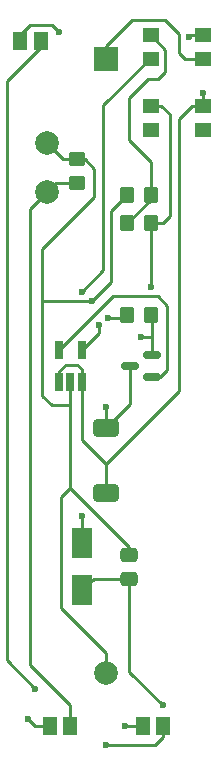
<source format=gtl>
%TF.GenerationSoftware,KiCad,Pcbnew,(6.0.1)*%
%TF.CreationDate,2022-06-17T15:58:33+01:00*%
%TF.ProjectId,luminaire,6c756d69-6e61-4697-9265-2e6b69636164,rev?*%
%TF.SameCoordinates,Original*%
%TF.FileFunction,Copper,L1,Top*%
%TF.FilePolarity,Positive*%
%FSLAX46Y46*%
G04 Gerber Fmt 4.6, Leading zero omitted, Abs format (unit mm)*
G04 Created by KiCad (PCBNEW (6.0.1)) date 2022-06-17 15:58:33*
%MOMM*%
%LPD*%
G01*
G04 APERTURE LIST*
G04 Aperture macros list*
%AMRoundRect*
0 Rectangle with rounded corners*
0 $1 Rounding radius*
0 $2 $3 $4 $5 $6 $7 $8 $9 X,Y pos of 4 corners*
0 Add a 4 corners polygon primitive as box body*
4,1,4,$2,$3,$4,$5,$6,$7,$8,$9,$2,$3,0*
0 Add four circle primitives for the rounded corners*
1,1,$1+$1,$2,$3*
1,1,$1+$1,$4,$5*
1,1,$1+$1,$6,$7*
1,1,$1+$1,$8,$9*
0 Add four rect primitives between the rounded corners*
20,1,$1+$1,$2,$3,$4,$5,0*
20,1,$1+$1,$4,$5,$6,$7,0*
20,1,$1+$1,$6,$7,$8,$9,0*
20,1,$1+$1,$8,$9,$2,$3,0*%
G04 Aperture macros list end*
%TA.AperFunction,SMDPad,CuDef*%
%ADD10R,1.250000X1.600000*%
%TD*%
%TA.AperFunction,SMDPad,CuDef*%
%ADD11RoundRect,0.150000X0.587500X0.150000X-0.587500X0.150000X-0.587500X-0.150000X0.587500X-0.150000X0*%
%TD*%
%TA.AperFunction,SMDPad,CuDef*%
%ADD12RoundRect,0.375000X0.725000X-0.375000X0.725000X0.375000X-0.725000X0.375000X-0.725000X-0.375000X0*%
%TD*%
%TA.AperFunction,SMDPad,CuDef*%
%ADD13RoundRect,0.250000X0.350000X0.450000X-0.350000X0.450000X-0.350000X-0.450000X0.350000X-0.450000X0*%
%TD*%
%TA.AperFunction,SMDPad,CuDef*%
%ADD14R,0.650000X1.560000*%
%TD*%
%TA.AperFunction,SMDPad,CuDef*%
%ADD15C,2.000000*%
%TD*%
%TA.AperFunction,SMDPad,CuDef*%
%ADD16R,1.400000X1.200000*%
%TD*%
%TA.AperFunction,SMDPad,CuDef*%
%ADD17RoundRect,0.250000X0.475000X-0.337500X0.475000X0.337500X-0.475000X0.337500X-0.475000X-0.337500X0*%
%TD*%
%TA.AperFunction,SMDPad,CuDef*%
%ADD18R,1.800000X2.500000*%
%TD*%
%TA.AperFunction,SMDPad,CuDef*%
%ADD19RoundRect,0.250000X-0.450000X0.350000X-0.450000X-0.350000X0.450000X-0.350000X0.450000X0.350000X0*%
%TD*%
%TA.AperFunction,ComponentPad*%
%ADD20R,2.000000X2.000000*%
%TD*%
%TA.AperFunction,ComponentPad*%
%ADD21C,2.000000*%
%TD*%
%TA.AperFunction,ViaPad*%
%ADD22C,0.600000*%
%TD*%
%TA.AperFunction,Conductor*%
%ADD23C,0.250000*%
%TD*%
G04 APERTURE END LIST*
D10*
%TO.P,D9,1,K*%
%TO.N,Net-(D9-Pad1)*%
X147000000Y-111000000D03*
%TO.P,D9,2,A*%
%TO.N,Net-(D8-Pad1)*%
X145240000Y-111000000D03*
%TD*%
D11*
%TO.P,Q1,1,B*%
%TO.N,Net-(Q1-Pad1)*%
X153937500Y-81450000D03*
%TO.P,Q1,2,E*%
%TO.N,Net-(Q1-Pad2)*%
X153937500Y-79550000D03*
%TO.P,Q1,3,C*%
%TO.N,Net-(D1-Pad2)*%
X152062500Y-80500000D03*
%TD*%
D12*
%TO.P,L1,1,1*%
%TO.N,Net-(L1-Pad1)*%
X150000000Y-91250000D03*
%TO.P,L1,2,2*%
%TO.N,Net-(D1-Pad2)*%
X150000000Y-85750000D03*
%TD*%
D13*
%TO.P,R1,1*%
%TO.N,Net-(Q1-Pad2)*%
X153800000Y-68400000D03*
%TO.P,R1,2*%
%TO.N,Net-(R1-Pad2)*%
X151800000Y-68400000D03*
%TD*%
D14*
%TO.P,U1,1,VCC*%
%TO.N,Net-(L1-Pad1)*%
X146050000Y-81850000D03*
%TO.P,U1,2,GND*%
%TO.N,Net-(BT1-Pad2)*%
X147000000Y-81850000D03*
%TO.P,U1,3,STDN*%
%TO.N,Net-(L1-Pad1)*%
X147950000Y-81850000D03*
%TO.P,U1,4,ISENSE*%
%TO.N,Net-(SW1-Pad7)*%
X147950000Y-79150000D03*
%TO.P,U1,5,VDRIVE*%
%TO.N,Net-(Q1-Pad1)*%
X146050000Y-79150000D03*
%TD*%
D15*
%TO.P,TP2,1,1*%
%TO.N,Net-(D9-Pad1)*%
X145000000Y-65800000D03*
%TD*%
D10*
%TO.P,D7,1,K*%
%TO.N,Net-(D11-Pad1)*%
X144500000Y-53000000D03*
%TO.P,D7,2,A*%
%TO.N,Net-(D6-Pad1)*%
X142740000Y-53000000D03*
%TD*%
D16*
%TO.P,SW1,1,1*%
%TO.N,unconnected-(SW1-Pad1)*%
X158200000Y-60500000D03*
%TO.P,SW1,2,2*%
%TO.N,Net-(L1-Pad1)*%
X158200000Y-58500000D03*
%TO.P,SW1,3,3*%
%TO.N,Net-(BT1-Pad1)*%
X158200000Y-54500000D03*
%TO.P,SW1,4,4*%
%TO.N,Net-(L1-Pad1)*%
X158200000Y-52500000D03*
%TO.P,SW1,5,5*%
%TO.N,unconnected-(SW1-Pad5)*%
X153800000Y-60500000D03*
%TO.P,SW1,6,6*%
%TO.N,Net-(Q1-Pad2)*%
X153800000Y-58500000D03*
%TO.P,SW1,7,7*%
%TO.N,Net-(SW1-Pad7)*%
X153800000Y-54500000D03*
%TO.P,SW1,8,8*%
%TO.N,Net-(R1-Pad2)*%
X153800000Y-52500000D03*
%TD*%
D17*
%TO.P,C1,1*%
%TO.N,Net-(C1-Pad1)*%
X152000000Y-98537500D03*
%TO.P,C1,2*%
%TO.N,Net-(BT1-Pad2)*%
X152000000Y-96462500D03*
%TD*%
D18*
%TO.P,D1,1,K*%
%TO.N,Net-(C1-Pad1)*%
X148000000Y-99500000D03*
%TO.P,D1,2,A*%
%TO.N,Net-(D1-Pad2)*%
X148000000Y-95500000D03*
%TD*%
D10*
%TO.P,D11,1,K*%
%TO.N,Net-(D11-Pad1)*%
X154880000Y-111000000D03*
%TO.P,D11,2,A*%
%TO.N,Net-(D10-Pad1)*%
X153120000Y-111000000D03*
%TD*%
D13*
%TO.P,R2,1*%
%TO.N,Net-(Q1-Pad2)*%
X153800000Y-76200000D03*
%TO.P,R2,2*%
%TO.N,Net-(BT1-Pad2)*%
X151800000Y-76200000D03*
%TD*%
%TO.P,R3,1*%
%TO.N,Net-(R1-Pad2)*%
X153800000Y-66000000D03*
%TO.P,R3,2*%
%TO.N,Net-(BT1-Pad2)*%
X151800000Y-66000000D03*
%TD*%
D19*
%TO.P,R4,1*%
%TO.N,Net-(BT1-Pad2)*%
X147600000Y-63000000D03*
%TO.P,R4,2*%
%TO.N,Net-(D9-Pad1)*%
X147600000Y-65000000D03*
%TD*%
D15*
%TO.P,TP1,1,1*%
%TO.N,Net-(BT1-Pad2)*%
X145000000Y-61600000D03*
%TD*%
D20*
%TO.P,BT1,1,+*%
%TO.N,Net-(BT1-Pad1)*%
X150000000Y-54500000D03*
D21*
%TO.P,BT1,2,-*%
%TO.N,Net-(BT1-Pad2)*%
X150000000Y-106490000D03*
%TD*%
D22*
%TO.N,Net-(BT1-Pad2)*%
X150200000Y-76400000D03*
X148800000Y-75000000D03*
%TO.N,Net-(D1-Pad2)*%
X148000000Y-93200000D03*
X150000000Y-84000000D03*
%TO.N,Net-(L1-Pad1)*%
X157000000Y-52600000D03*
X158200000Y-57400000D03*
%TO.N,Net-(Q1-Pad2)*%
X153000000Y-78000000D03*
X153800000Y-73800000D03*
%TO.N,Net-(SW1-Pad7)*%
X149400000Y-77000000D03*
X148000000Y-74200000D03*
%TO.N,Net-(C1-Pad1)*%
X154800000Y-109200000D03*
%TO.N,Net-(D10-Pad1)*%
X151600000Y-111000000D03*
%TO.N,Net-(D11-Pad1)*%
X144000000Y-107800000D03*
X150000000Y-112600000D03*
%TO.N,Net-(D8-Pad1)*%
X143400000Y-110400000D03*
%TO.N,Net-(D6-Pad1)*%
X146000000Y-52200000D03*
%TD*%
D23*
%TO.N,Net-(BT1-Pad1)*%
X150000000Y-54500000D02*
X150000000Y-53400000D01*
X152200000Y-51200000D02*
X155000000Y-51200000D01*
X155000000Y-51200000D02*
X156200000Y-52400000D01*
X156200000Y-54000000D02*
X156700000Y-54500000D01*
X156700000Y-54500000D02*
X158200000Y-54500000D01*
X150000000Y-53400000D02*
X152200000Y-51200000D01*
X156200000Y-52400000D02*
X156200000Y-54000000D01*
%TO.N,Net-(BT1-Pad2)*%
X151800000Y-66000000D02*
X150400000Y-67400000D01*
X145000000Y-61600000D02*
X146400000Y-63000000D01*
X150400000Y-67400000D02*
X150400000Y-67600000D01*
X147000000Y-81850000D02*
X147000000Y-83800000D01*
X146200000Y-91600000D02*
X147000000Y-90800000D01*
X147000000Y-83800000D02*
X145400000Y-83800000D01*
X151600000Y-76400000D02*
X150200000Y-76400000D01*
X146200000Y-101000000D02*
X146200000Y-91600000D01*
X150400000Y-73400000D02*
X148800000Y-75000000D01*
X144600000Y-70600000D02*
X149000000Y-66200000D01*
X150000000Y-104800000D02*
X146200000Y-101000000D01*
X148200000Y-63000000D02*
X147600000Y-63000000D01*
X147000000Y-90800000D02*
X152000000Y-95800000D01*
X150000000Y-106490000D02*
X150000000Y-104800000D01*
X151800000Y-76200000D02*
X151600000Y-76400000D01*
X149000000Y-63800000D02*
X148200000Y-63000000D01*
X150400000Y-67600000D02*
X150400000Y-73400000D01*
X144600000Y-75000000D02*
X144600000Y-70600000D01*
X152000000Y-95800000D02*
X152000000Y-96462500D01*
X146400000Y-63000000D02*
X147600000Y-63000000D01*
X149000000Y-66200000D02*
X149000000Y-63800000D01*
X148800000Y-75000000D02*
X144600000Y-75000000D01*
X144600000Y-83000000D02*
X144600000Y-75000000D01*
X147000000Y-83800000D02*
X147000000Y-90800000D01*
X145400000Y-83800000D02*
X144600000Y-83000000D01*
%TO.N,Net-(D1-Pad2)*%
X148000000Y-93200000D02*
X148000000Y-95500000D01*
X152062500Y-83687500D02*
X152062500Y-80500000D01*
X152062500Y-83687500D02*
X150000000Y-85750000D01*
X150000000Y-84000000D02*
X150000000Y-85750000D01*
%TO.N,Net-(L1-Pad1)*%
X150000000Y-91250000D02*
X150000000Y-88800000D01*
X157100000Y-52500000D02*
X157000000Y-52600000D01*
X150000000Y-88800000D02*
X156200000Y-82600000D01*
X157300000Y-58500000D02*
X156200000Y-59600000D01*
X146050000Y-80950000D02*
X146050000Y-81850000D01*
X147950000Y-80750000D02*
X147600000Y-80400000D01*
X146600000Y-80400000D02*
X146050000Y-80950000D01*
X156200000Y-59600000D02*
X156200000Y-82600000D01*
X147600000Y-80400000D02*
X146600000Y-80400000D01*
X158200000Y-58500000D02*
X157300000Y-58500000D01*
X147950000Y-81850000D02*
X147950000Y-80750000D01*
X147950000Y-81850000D02*
X147950000Y-86750000D01*
X158200000Y-57400000D02*
X158200000Y-58500000D01*
X147950000Y-86750000D02*
X150000000Y-88800000D01*
X158200000Y-52500000D02*
X157100000Y-52500000D01*
%TO.N,Net-(Q1-Pad1)*%
X154550000Y-81450000D02*
X155200000Y-80800000D01*
X154400000Y-74600000D02*
X150600000Y-74600000D01*
X155200000Y-80800000D02*
X155200000Y-75400000D01*
X150600000Y-74600000D02*
X146050000Y-79150000D01*
X153937500Y-81450000D02*
X154550000Y-81450000D01*
X155200000Y-75400000D02*
X154400000Y-74600000D01*
%TO.N,Net-(Q1-Pad2)*%
X154700000Y-58500000D02*
X155400000Y-59200000D01*
X153937500Y-79550000D02*
X153937500Y-78137500D01*
X153800000Y-78000000D02*
X153937500Y-78137500D01*
X153800000Y-58500000D02*
X154700000Y-58500000D01*
X155400000Y-59200000D02*
X155400000Y-67800000D01*
X153000000Y-78000000D02*
X153800000Y-78000000D01*
X155400000Y-67800000D02*
X154800000Y-68400000D01*
X153937500Y-78137500D02*
X153937500Y-76337500D01*
X153800000Y-68400000D02*
X153800000Y-73800000D01*
X153937500Y-76337500D02*
X153800000Y-76200000D01*
X154800000Y-68400000D02*
X153800000Y-68400000D01*
%TO.N,Net-(R1-Pad2)*%
X155000000Y-55600000D02*
X155000000Y-53700000D01*
X152000000Y-61400000D02*
X152000000Y-57800000D01*
X153800000Y-63200000D02*
X152000000Y-61400000D01*
X153600000Y-56200000D02*
X154400000Y-56200000D01*
X154400000Y-56200000D02*
X155000000Y-55600000D01*
X152000000Y-57800000D02*
X153600000Y-56200000D01*
X153800000Y-66000000D02*
X153800000Y-63200000D01*
X153800000Y-66400000D02*
X153800000Y-66000000D01*
X155000000Y-53700000D02*
X153800000Y-52500000D01*
X151800000Y-68400000D02*
X153800000Y-66400000D01*
%TO.N,Net-(SW1-Pad7)*%
X153700000Y-54500000D02*
X153800000Y-54500000D01*
X149800000Y-58400000D02*
X153700000Y-54500000D01*
X149800000Y-72400000D02*
X149800000Y-58400000D01*
X149400000Y-77700000D02*
X149400000Y-77000000D01*
X148000000Y-74200000D02*
X149800000Y-72400000D01*
X147950000Y-79150000D02*
X149400000Y-77700000D01*
%TO.N,Net-(C1-Pad1)*%
X152000000Y-106400000D02*
X154800000Y-109200000D01*
X152000000Y-98537500D02*
X152000000Y-106400000D01*
X152000000Y-98537500D02*
X148962500Y-98537500D01*
X148962500Y-98537500D02*
X148000000Y-99500000D01*
%TO.N,Net-(D10-Pad1)*%
X151600000Y-111000000D02*
X153120000Y-111000000D01*
%TO.N,Net-(D11-Pad1)*%
X154880000Y-111000000D02*
X154880000Y-111920000D01*
X154880000Y-111920000D02*
X154200000Y-112600000D01*
X144500000Y-53500000D02*
X141600000Y-56400000D01*
X141600000Y-105400000D02*
X144000000Y-107800000D01*
X144500000Y-53000000D02*
X144500000Y-53500000D01*
X154200000Y-112600000D02*
X150000000Y-112600000D01*
X141600000Y-56400000D02*
X141600000Y-105400000D01*
%TO.N,Net-(D8-Pad1)*%
X145240000Y-111000000D02*
X144000000Y-111000000D01*
X144000000Y-111000000D02*
X143400000Y-110400000D01*
%TO.N,Net-(D6-Pad1)*%
X143600000Y-51600000D02*
X145400000Y-51600000D01*
X142740000Y-53000000D02*
X142740000Y-52460000D01*
X145400000Y-51600000D02*
X146000000Y-52200000D01*
X142740000Y-52460000D02*
X143600000Y-51600000D01*
%TO.N,Net-(D9-Pad1)*%
X145000000Y-65800000D02*
X145800000Y-65000000D01*
X143600000Y-105800000D02*
X147000000Y-109200000D01*
X145000000Y-65800000D02*
X143600000Y-67200000D01*
X145800000Y-65000000D02*
X147600000Y-65000000D01*
X143600000Y-67200000D02*
X143600000Y-105800000D01*
X147000000Y-109200000D02*
X147000000Y-111000000D01*
%TD*%
M02*

</source>
